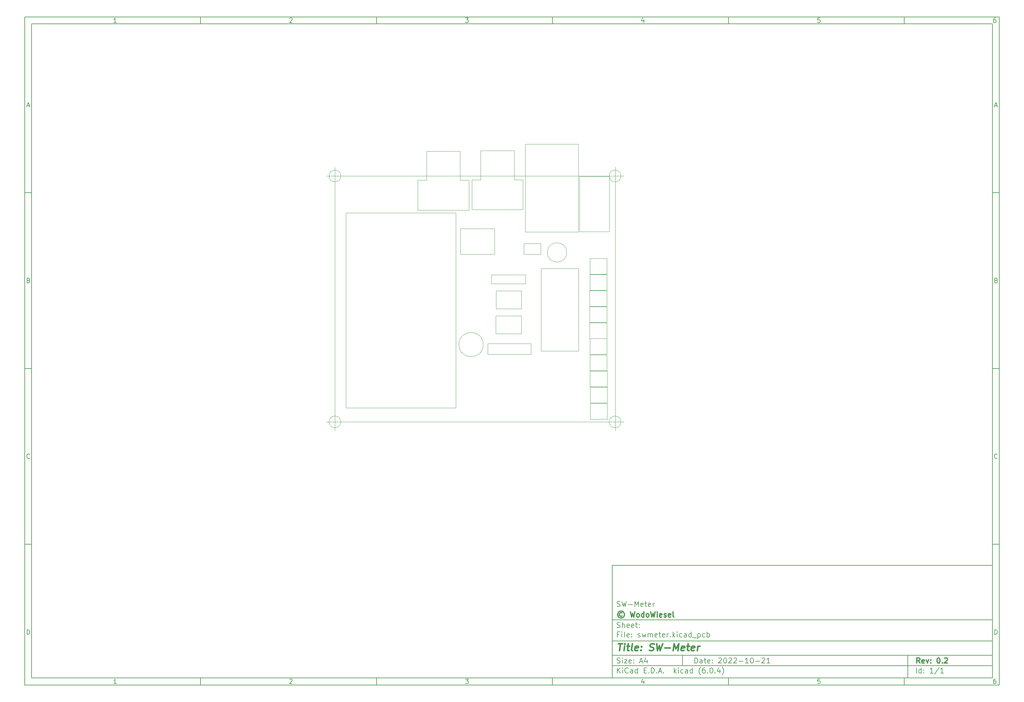
<source format=gbr>
%TF.GenerationSoftware,KiCad,Pcbnew,(6.0.4)*%
%TF.CreationDate,2022-11-15T21:12:37+01:00*%
%TF.ProjectId,swmeter,73776d65-7465-4722-9e6b-696361645f70,0.2*%
%TF.SameCoordinates,Original*%
%TF.FileFunction,Other,User*%
%FSLAX46Y46*%
G04 Gerber Fmt 4.6, Leading zero omitted, Abs format (unit mm)*
G04 Created by KiCad (PCBNEW (6.0.4)) date 2022-11-15 21:12:37*
%MOMM*%
%LPD*%
G01*
G04 APERTURE LIST*
%ADD10C,0.100000*%
%ADD11C,0.150000*%
%ADD12C,0.300000*%
%ADD13C,0.400000*%
%TA.AperFunction,Profile*%
%ADD14C,0.100000*%
%TD*%
%ADD15C,0.050000*%
G04 APERTURE END LIST*
D10*
D11*
X177002200Y-166007200D02*
X177002200Y-198007200D01*
X285002200Y-198007200D01*
X285002200Y-166007200D01*
X177002200Y-166007200D01*
D10*
D11*
X10000000Y-10000000D02*
X10000000Y-200007200D01*
X287002200Y-200007200D01*
X287002200Y-10000000D01*
X10000000Y-10000000D01*
D10*
D11*
X12000000Y-12000000D02*
X12000000Y-198007200D01*
X285002200Y-198007200D01*
X285002200Y-12000000D01*
X12000000Y-12000000D01*
D10*
D11*
X60000000Y-12000000D02*
X60000000Y-10000000D01*
D10*
D11*
X110000000Y-12000000D02*
X110000000Y-10000000D01*
D10*
D11*
X160000000Y-12000000D02*
X160000000Y-10000000D01*
D10*
D11*
X210000000Y-12000000D02*
X210000000Y-10000000D01*
D10*
D11*
X260000000Y-12000000D02*
X260000000Y-10000000D01*
D10*
D11*
X36065476Y-11588095D02*
X35322619Y-11588095D01*
X35694047Y-11588095D02*
X35694047Y-10288095D01*
X35570238Y-10473809D01*
X35446428Y-10597619D01*
X35322619Y-10659523D01*
D10*
D11*
X85322619Y-10411904D02*
X85384523Y-10350000D01*
X85508333Y-10288095D01*
X85817857Y-10288095D01*
X85941666Y-10350000D01*
X86003571Y-10411904D01*
X86065476Y-10535714D01*
X86065476Y-10659523D01*
X86003571Y-10845238D01*
X85260714Y-11588095D01*
X86065476Y-11588095D01*
D10*
D11*
X135260714Y-10288095D02*
X136065476Y-10288095D01*
X135632142Y-10783333D01*
X135817857Y-10783333D01*
X135941666Y-10845238D01*
X136003571Y-10907142D01*
X136065476Y-11030952D01*
X136065476Y-11340476D01*
X136003571Y-11464285D01*
X135941666Y-11526190D01*
X135817857Y-11588095D01*
X135446428Y-11588095D01*
X135322619Y-11526190D01*
X135260714Y-11464285D01*
D10*
D11*
X185941666Y-10721428D02*
X185941666Y-11588095D01*
X185632142Y-10226190D02*
X185322619Y-11154761D01*
X186127380Y-11154761D01*
D10*
D11*
X236003571Y-10288095D02*
X235384523Y-10288095D01*
X235322619Y-10907142D01*
X235384523Y-10845238D01*
X235508333Y-10783333D01*
X235817857Y-10783333D01*
X235941666Y-10845238D01*
X236003571Y-10907142D01*
X236065476Y-11030952D01*
X236065476Y-11340476D01*
X236003571Y-11464285D01*
X235941666Y-11526190D01*
X235817857Y-11588095D01*
X235508333Y-11588095D01*
X235384523Y-11526190D01*
X235322619Y-11464285D01*
D10*
D11*
X285941666Y-10288095D02*
X285694047Y-10288095D01*
X285570238Y-10350000D01*
X285508333Y-10411904D01*
X285384523Y-10597619D01*
X285322619Y-10845238D01*
X285322619Y-11340476D01*
X285384523Y-11464285D01*
X285446428Y-11526190D01*
X285570238Y-11588095D01*
X285817857Y-11588095D01*
X285941666Y-11526190D01*
X286003571Y-11464285D01*
X286065476Y-11340476D01*
X286065476Y-11030952D01*
X286003571Y-10907142D01*
X285941666Y-10845238D01*
X285817857Y-10783333D01*
X285570238Y-10783333D01*
X285446428Y-10845238D01*
X285384523Y-10907142D01*
X285322619Y-11030952D01*
D10*
D11*
X60000000Y-198007200D02*
X60000000Y-200007200D01*
D10*
D11*
X110000000Y-198007200D02*
X110000000Y-200007200D01*
D10*
D11*
X160000000Y-198007200D02*
X160000000Y-200007200D01*
D10*
D11*
X210000000Y-198007200D02*
X210000000Y-200007200D01*
D10*
D11*
X260000000Y-198007200D02*
X260000000Y-200007200D01*
D10*
D11*
X36065476Y-199595295D02*
X35322619Y-199595295D01*
X35694047Y-199595295D02*
X35694047Y-198295295D01*
X35570238Y-198481009D01*
X35446428Y-198604819D01*
X35322619Y-198666723D01*
D10*
D11*
X85322619Y-198419104D02*
X85384523Y-198357200D01*
X85508333Y-198295295D01*
X85817857Y-198295295D01*
X85941666Y-198357200D01*
X86003571Y-198419104D01*
X86065476Y-198542914D01*
X86065476Y-198666723D01*
X86003571Y-198852438D01*
X85260714Y-199595295D01*
X86065476Y-199595295D01*
D10*
D11*
X135260714Y-198295295D02*
X136065476Y-198295295D01*
X135632142Y-198790533D01*
X135817857Y-198790533D01*
X135941666Y-198852438D01*
X136003571Y-198914342D01*
X136065476Y-199038152D01*
X136065476Y-199347676D01*
X136003571Y-199471485D01*
X135941666Y-199533390D01*
X135817857Y-199595295D01*
X135446428Y-199595295D01*
X135322619Y-199533390D01*
X135260714Y-199471485D01*
D10*
D11*
X185941666Y-198728628D02*
X185941666Y-199595295D01*
X185632142Y-198233390D02*
X185322619Y-199161961D01*
X186127380Y-199161961D01*
D10*
D11*
X236003571Y-198295295D02*
X235384523Y-198295295D01*
X235322619Y-198914342D01*
X235384523Y-198852438D01*
X235508333Y-198790533D01*
X235817857Y-198790533D01*
X235941666Y-198852438D01*
X236003571Y-198914342D01*
X236065476Y-199038152D01*
X236065476Y-199347676D01*
X236003571Y-199471485D01*
X235941666Y-199533390D01*
X235817857Y-199595295D01*
X235508333Y-199595295D01*
X235384523Y-199533390D01*
X235322619Y-199471485D01*
D10*
D11*
X285941666Y-198295295D02*
X285694047Y-198295295D01*
X285570238Y-198357200D01*
X285508333Y-198419104D01*
X285384523Y-198604819D01*
X285322619Y-198852438D01*
X285322619Y-199347676D01*
X285384523Y-199471485D01*
X285446428Y-199533390D01*
X285570238Y-199595295D01*
X285817857Y-199595295D01*
X285941666Y-199533390D01*
X286003571Y-199471485D01*
X286065476Y-199347676D01*
X286065476Y-199038152D01*
X286003571Y-198914342D01*
X285941666Y-198852438D01*
X285817857Y-198790533D01*
X285570238Y-198790533D01*
X285446428Y-198852438D01*
X285384523Y-198914342D01*
X285322619Y-199038152D01*
D10*
D11*
X10000000Y-60000000D02*
X12000000Y-60000000D01*
D10*
D11*
X10000000Y-110000000D02*
X12000000Y-110000000D01*
D10*
D11*
X10000000Y-160000000D02*
X12000000Y-160000000D01*
D10*
D11*
X10690476Y-35216666D02*
X11309523Y-35216666D01*
X10566666Y-35588095D02*
X11000000Y-34288095D01*
X11433333Y-35588095D01*
D10*
D11*
X11092857Y-84907142D02*
X11278571Y-84969047D01*
X11340476Y-85030952D01*
X11402380Y-85154761D01*
X11402380Y-85340476D01*
X11340476Y-85464285D01*
X11278571Y-85526190D01*
X11154761Y-85588095D01*
X10659523Y-85588095D01*
X10659523Y-84288095D01*
X11092857Y-84288095D01*
X11216666Y-84350000D01*
X11278571Y-84411904D01*
X11340476Y-84535714D01*
X11340476Y-84659523D01*
X11278571Y-84783333D01*
X11216666Y-84845238D01*
X11092857Y-84907142D01*
X10659523Y-84907142D01*
D10*
D11*
X11402380Y-135464285D02*
X11340476Y-135526190D01*
X11154761Y-135588095D01*
X11030952Y-135588095D01*
X10845238Y-135526190D01*
X10721428Y-135402380D01*
X10659523Y-135278571D01*
X10597619Y-135030952D01*
X10597619Y-134845238D01*
X10659523Y-134597619D01*
X10721428Y-134473809D01*
X10845238Y-134350000D01*
X11030952Y-134288095D01*
X11154761Y-134288095D01*
X11340476Y-134350000D01*
X11402380Y-134411904D01*
D10*
D11*
X10659523Y-185588095D02*
X10659523Y-184288095D01*
X10969047Y-184288095D01*
X11154761Y-184350000D01*
X11278571Y-184473809D01*
X11340476Y-184597619D01*
X11402380Y-184845238D01*
X11402380Y-185030952D01*
X11340476Y-185278571D01*
X11278571Y-185402380D01*
X11154761Y-185526190D01*
X10969047Y-185588095D01*
X10659523Y-185588095D01*
D10*
D11*
X287002200Y-60000000D02*
X285002200Y-60000000D01*
D10*
D11*
X287002200Y-110000000D02*
X285002200Y-110000000D01*
D10*
D11*
X287002200Y-160000000D02*
X285002200Y-160000000D01*
D10*
D11*
X285692676Y-35216666D02*
X286311723Y-35216666D01*
X285568866Y-35588095D02*
X286002200Y-34288095D01*
X286435533Y-35588095D01*
D10*
D11*
X286095057Y-84907142D02*
X286280771Y-84969047D01*
X286342676Y-85030952D01*
X286404580Y-85154761D01*
X286404580Y-85340476D01*
X286342676Y-85464285D01*
X286280771Y-85526190D01*
X286156961Y-85588095D01*
X285661723Y-85588095D01*
X285661723Y-84288095D01*
X286095057Y-84288095D01*
X286218866Y-84350000D01*
X286280771Y-84411904D01*
X286342676Y-84535714D01*
X286342676Y-84659523D01*
X286280771Y-84783333D01*
X286218866Y-84845238D01*
X286095057Y-84907142D01*
X285661723Y-84907142D01*
D10*
D11*
X286404580Y-135464285D02*
X286342676Y-135526190D01*
X286156961Y-135588095D01*
X286033152Y-135588095D01*
X285847438Y-135526190D01*
X285723628Y-135402380D01*
X285661723Y-135278571D01*
X285599819Y-135030952D01*
X285599819Y-134845238D01*
X285661723Y-134597619D01*
X285723628Y-134473809D01*
X285847438Y-134350000D01*
X286033152Y-134288095D01*
X286156961Y-134288095D01*
X286342676Y-134350000D01*
X286404580Y-134411904D01*
D10*
D11*
X285661723Y-185588095D02*
X285661723Y-184288095D01*
X285971247Y-184288095D01*
X286156961Y-184350000D01*
X286280771Y-184473809D01*
X286342676Y-184597619D01*
X286404580Y-184845238D01*
X286404580Y-185030952D01*
X286342676Y-185278571D01*
X286280771Y-185402380D01*
X286156961Y-185526190D01*
X285971247Y-185588095D01*
X285661723Y-185588095D01*
D10*
D11*
X200434342Y-193785771D02*
X200434342Y-192285771D01*
X200791485Y-192285771D01*
X201005771Y-192357200D01*
X201148628Y-192500057D01*
X201220057Y-192642914D01*
X201291485Y-192928628D01*
X201291485Y-193142914D01*
X201220057Y-193428628D01*
X201148628Y-193571485D01*
X201005771Y-193714342D01*
X200791485Y-193785771D01*
X200434342Y-193785771D01*
X202577200Y-193785771D02*
X202577200Y-193000057D01*
X202505771Y-192857200D01*
X202362914Y-192785771D01*
X202077200Y-192785771D01*
X201934342Y-192857200D01*
X202577200Y-193714342D02*
X202434342Y-193785771D01*
X202077200Y-193785771D01*
X201934342Y-193714342D01*
X201862914Y-193571485D01*
X201862914Y-193428628D01*
X201934342Y-193285771D01*
X202077200Y-193214342D01*
X202434342Y-193214342D01*
X202577200Y-193142914D01*
X203077200Y-192785771D02*
X203648628Y-192785771D01*
X203291485Y-192285771D02*
X203291485Y-193571485D01*
X203362914Y-193714342D01*
X203505771Y-193785771D01*
X203648628Y-193785771D01*
X204720057Y-193714342D02*
X204577200Y-193785771D01*
X204291485Y-193785771D01*
X204148628Y-193714342D01*
X204077200Y-193571485D01*
X204077200Y-193000057D01*
X204148628Y-192857200D01*
X204291485Y-192785771D01*
X204577200Y-192785771D01*
X204720057Y-192857200D01*
X204791485Y-193000057D01*
X204791485Y-193142914D01*
X204077200Y-193285771D01*
X205434342Y-193642914D02*
X205505771Y-193714342D01*
X205434342Y-193785771D01*
X205362914Y-193714342D01*
X205434342Y-193642914D01*
X205434342Y-193785771D01*
X205434342Y-192857200D02*
X205505771Y-192928628D01*
X205434342Y-193000057D01*
X205362914Y-192928628D01*
X205434342Y-192857200D01*
X205434342Y-193000057D01*
X207220057Y-192428628D02*
X207291485Y-192357200D01*
X207434342Y-192285771D01*
X207791485Y-192285771D01*
X207934342Y-192357200D01*
X208005771Y-192428628D01*
X208077200Y-192571485D01*
X208077200Y-192714342D01*
X208005771Y-192928628D01*
X207148628Y-193785771D01*
X208077200Y-193785771D01*
X209005771Y-192285771D02*
X209148628Y-192285771D01*
X209291485Y-192357200D01*
X209362914Y-192428628D01*
X209434342Y-192571485D01*
X209505771Y-192857200D01*
X209505771Y-193214342D01*
X209434342Y-193500057D01*
X209362914Y-193642914D01*
X209291485Y-193714342D01*
X209148628Y-193785771D01*
X209005771Y-193785771D01*
X208862914Y-193714342D01*
X208791485Y-193642914D01*
X208720057Y-193500057D01*
X208648628Y-193214342D01*
X208648628Y-192857200D01*
X208720057Y-192571485D01*
X208791485Y-192428628D01*
X208862914Y-192357200D01*
X209005771Y-192285771D01*
X210077200Y-192428628D02*
X210148628Y-192357200D01*
X210291485Y-192285771D01*
X210648628Y-192285771D01*
X210791485Y-192357200D01*
X210862914Y-192428628D01*
X210934342Y-192571485D01*
X210934342Y-192714342D01*
X210862914Y-192928628D01*
X210005771Y-193785771D01*
X210934342Y-193785771D01*
X211505771Y-192428628D02*
X211577200Y-192357200D01*
X211720057Y-192285771D01*
X212077200Y-192285771D01*
X212220057Y-192357200D01*
X212291485Y-192428628D01*
X212362914Y-192571485D01*
X212362914Y-192714342D01*
X212291485Y-192928628D01*
X211434342Y-193785771D01*
X212362914Y-193785771D01*
X213005771Y-193214342D02*
X214148628Y-193214342D01*
X215648628Y-193785771D02*
X214791485Y-193785771D01*
X215220057Y-193785771D02*
X215220057Y-192285771D01*
X215077200Y-192500057D01*
X214934342Y-192642914D01*
X214791485Y-192714342D01*
X216577200Y-192285771D02*
X216720057Y-192285771D01*
X216862914Y-192357200D01*
X216934342Y-192428628D01*
X217005771Y-192571485D01*
X217077200Y-192857200D01*
X217077200Y-193214342D01*
X217005771Y-193500057D01*
X216934342Y-193642914D01*
X216862914Y-193714342D01*
X216720057Y-193785771D01*
X216577200Y-193785771D01*
X216434342Y-193714342D01*
X216362914Y-193642914D01*
X216291485Y-193500057D01*
X216220057Y-193214342D01*
X216220057Y-192857200D01*
X216291485Y-192571485D01*
X216362914Y-192428628D01*
X216434342Y-192357200D01*
X216577200Y-192285771D01*
X217720057Y-193214342D02*
X218862914Y-193214342D01*
X219505771Y-192428628D02*
X219577200Y-192357200D01*
X219720057Y-192285771D01*
X220077200Y-192285771D01*
X220220057Y-192357200D01*
X220291485Y-192428628D01*
X220362914Y-192571485D01*
X220362914Y-192714342D01*
X220291485Y-192928628D01*
X219434342Y-193785771D01*
X220362914Y-193785771D01*
X221791485Y-193785771D02*
X220934342Y-193785771D01*
X221362914Y-193785771D02*
X221362914Y-192285771D01*
X221220057Y-192500057D01*
X221077200Y-192642914D01*
X220934342Y-192714342D01*
D10*
D11*
X177002200Y-194507200D02*
X285002200Y-194507200D01*
D10*
D11*
X178434342Y-196585771D02*
X178434342Y-195085771D01*
X179291485Y-196585771D02*
X178648628Y-195728628D01*
X179291485Y-195085771D02*
X178434342Y-195942914D01*
X179934342Y-196585771D02*
X179934342Y-195585771D01*
X179934342Y-195085771D02*
X179862914Y-195157200D01*
X179934342Y-195228628D01*
X180005771Y-195157200D01*
X179934342Y-195085771D01*
X179934342Y-195228628D01*
X181505771Y-196442914D02*
X181434342Y-196514342D01*
X181220057Y-196585771D01*
X181077200Y-196585771D01*
X180862914Y-196514342D01*
X180720057Y-196371485D01*
X180648628Y-196228628D01*
X180577200Y-195942914D01*
X180577200Y-195728628D01*
X180648628Y-195442914D01*
X180720057Y-195300057D01*
X180862914Y-195157200D01*
X181077200Y-195085771D01*
X181220057Y-195085771D01*
X181434342Y-195157200D01*
X181505771Y-195228628D01*
X182791485Y-196585771D02*
X182791485Y-195800057D01*
X182720057Y-195657200D01*
X182577200Y-195585771D01*
X182291485Y-195585771D01*
X182148628Y-195657200D01*
X182791485Y-196514342D02*
X182648628Y-196585771D01*
X182291485Y-196585771D01*
X182148628Y-196514342D01*
X182077200Y-196371485D01*
X182077200Y-196228628D01*
X182148628Y-196085771D01*
X182291485Y-196014342D01*
X182648628Y-196014342D01*
X182791485Y-195942914D01*
X184148628Y-196585771D02*
X184148628Y-195085771D01*
X184148628Y-196514342D02*
X184005771Y-196585771D01*
X183720057Y-196585771D01*
X183577200Y-196514342D01*
X183505771Y-196442914D01*
X183434342Y-196300057D01*
X183434342Y-195871485D01*
X183505771Y-195728628D01*
X183577200Y-195657200D01*
X183720057Y-195585771D01*
X184005771Y-195585771D01*
X184148628Y-195657200D01*
X186005771Y-195800057D02*
X186505771Y-195800057D01*
X186720057Y-196585771D02*
X186005771Y-196585771D01*
X186005771Y-195085771D01*
X186720057Y-195085771D01*
X187362914Y-196442914D02*
X187434342Y-196514342D01*
X187362914Y-196585771D01*
X187291485Y-196514342D01*
X187362914Y-196442914D01*
X187362914Y-196585771D01*
X188077200Y-196585771D02*
X188077200Y-195085771D01*
X188434342Y-195085771D01*
X188648628Y-195157200D01*
X188791485Y-195300057D01*
X188862914Y-195442914D01*
X188934342Y-195728628D01*
X188934342Y-195942914D01*
X188862914Y-196228628D01*
X188791485Y-196371485D01*
X188648628Y-196514342D01*
X188434342Y-196585771D01*
X188077200Y-196585771D01*
X189577200Y-196442914D02*
X189648628Y-196514342D01*
X189577200Y-196585771D01*
X189505771Y-196514342D01*
X189577200Y-196442914D01*
X189577200Y-196585771D01*
X190220057Y-196157200D02*
X190934342Y-196157200D01*
X190077200Y-196585771D02*
X190577200Y-195085771D01*
X191077200Y-196585771D01*
X191577200Y-196442914D02*
X191648628Y-196514342D01*
X191577200Y-196585771D01*
X191505771Y-196514342D01*
X191577200Y-196442914D01*
X191577200Y-196585771D01*
X194577200Y-196585771D02*
X194577200Y-195085771D01*
X194720057Y-196014342D02*
X195148628Y-196585771D01*
X195148628Y-195585771D02*
X194577200Y-196157200D01*
X195791485Y-196585771D02*
X195791485Y-195585771D01*
X195791485Y-195085771D02*
X195720057Y-195157200D01*
X195791485Y-195228628D01*
X195862914Y-195157200D01*
X195791485Y-195085771D01*
X195791485Y-195228628D01*
X197148628Y-196514342D02*
X197005771Y-196585771D01*
X196720057Y-196585771D01*
X196577200Y-196514342D01*
X196505771Y-196442914D01*
X196434342Y-196300057D01*
X196434342Y-195871485D01*
X196505771Y-195728628D01*
X196577200Y-195657200D01*
X196720057Y-195585771D01*
X197005771Y-195585771D01*
X197148628Y-195657200D01*
X198434342Y-196585771D02*
X198434342Y-195800057D01*
X198362914Y-195657200D01*
X198220057Y-195585771D01*
X197934342Y-195585771D01*
X197791485Y-195657200D01*
X198434342Y-196514342D02*
X198291485Y-196585771D01*
X197934342Y-196585771D01*
X197791485Y-196514342D01*
X197720057Y-196371485D01*
X197720057Y-196228628D01*
X197791485Y-196085771D01*
X197934342Y-196014342D01*
X198291485Y-196014342D01*
X198434342Y-195942914D01*
X199791485Y-196585771D02*
X199791485Y-195085771D01*
X199791485Y-196514342D02*
X199648628Y-196585771D01*
X199362914Y-196585771D01*
X199220057Y-196514342D01*
X199148628Y-196442914D01*
X199077200Y-196300057D01*
X199077200Y-195871485D01*
X199148628Y-195728628D01*
X199220057Y-195657200D01*
X199362914Y-195585771D01*
X199648628Y-195585771D01*
X199791485Y-195657200D01*
X202077200Y-197157200D02*
X202005771Y-197085771D01*
X201862914Y-196871485D01*
X201791485Y-196728628D01*
X201720057Y-196514342D01*
X201648628Y-196157200D01*
X201648628Y-195871485D01*
X201720057Y-195514342D01*
X201791485Y-195300057D01*
X201862914Y-195157200D01*
X202005771Y-194942914D01*
X202077200Y-194871485D01*
X203291485Y-195085771D02*
X203005771Y-195085771D01*
X202862914Y-195157200D01*
X202791485Y-195228628D01*
X202648628Y-195442914D01*
X202577200Y-195728628D01*
X202577200Y-196300057D01*
X202648628Y-196442914D01*
X202720057Y-196514342D01*
X202862914Y-196585771D01*
X203148628Y-196585771D01*
X203291485Y-196514342D01*
X203362914Y-196442914D01*
X203434342Y-196300057D01*
X203434342Y-195942914D01*
X203362914Y-195800057D01*
X203291485Y-195728628D01*
X203148628Y-195657200D01*
X202862914Y-195657200D01*
X202720057Y-195728628D01*
X202648628Y-195800057D01*
X202577200Y-195942914D01*
X204077200Y-196442914D02*
X204148628Y-196514342D01*
X204077200Y-196585771D01*
X204005771Y-196514342D01*
X204077200Y-196442914D01*
X204077200Y-196585771D01*
X205077200Y-195085771D02*
X205220057Y-195085771D01*
X205362914Y-195157200D01*
X205434342Y-195228628D01*
X205505771Y-195371485D01*
X205577200Y-195657200D01*
X205577200Y-196014342D01*
X205505771Y-196300057D01*
X205434342Y-196442914D01*
X205362914Y-196514342D01*
X205220057Y-196585771D01*
X205077200Y-196585771D01*
X204934342Y-196514342D01*
X204862914Y-196442914D01*
X204791485Y-196300057D01*
X204720057Y-196014342D01*
X204720057Y-195657200D01*
X204791485Y-195371485D01*
X204862914Y-195228628D01*
X204934342Y-195157200D01*
X205077200Y-195085771D01*
X206220057Y-196442914D02*
X206291485Y-196514342D01*
X206220057Y-196585771D01*
X206148628Y-196514342D01*
X206220057Y-196442914D01*
X206220057Y-196585771D01*
X207577200Y-195585771D02*
X207577200Y-196585771D01*
X207220057Y-195014342D02*
X206862914Y-196085771D01*
X207791485Y-196085771D01*
X208220057Y-197157200D02*
X208291485Y-197085771D01*
X208434342Y-196871485D01*
X208505771Y-196728628D01*
X208577200Y-196514342D01*
X208648628Y-196157200D01*
X208648628Y-195871485D01*
X208577200Y-195514342D01*
X208505771Y-195300057D01*
X208434342Y-195157200D01*
X208291485Y-194942914D01*
X208220057Y-194871485D01*
D10*
D11*
X177002200Y-191507200D02*
X285002200Y-191507200D01*
D10*
D12*
X264411485Y-193785771D02*
X263911485Y-193071485D01*
X263554342Y-193785771D02*
X263554342Y-192285771D01*
X264125771Y-192285771D01*
X264268628Y-192357200D01*
X264340057Y-192428628D01*
X264411485Y-192571485D01*
X264411485Y-192785771D01*
X264340057Y-192928628D01*
X264268628Y-193000057D01*
X264125771Y-193071485D01*
X263554342Y-193071485D01*
X265625771Y-193714342D02*
X265482914Y-193785771D01*
X265197200Y-193785771D01*
X265054342Y-193714342D01*
X264982914Y-193571485D01*
X264982914Y-193000057D01*
X265054342Y-192857200D01*
X265197200Y-192785771D01*
X265482914Y-192785771D01*
X265625771Y-192857200D01*
X265697200Y-193000057D01*
X265697200Y-193142914D01*
X264982914Y-193285771D01*
X266197200Y-192785771D02*
X266554342Y-193785771D01*
X266911485Y-192785771D01*
X267482914Y-193642914D02*
X267554342Y-193714342D01*
X267482914Y-193785771D01*
X267411485Y-193714342D01*
X267482914Y-193642914D01*
X267482914Y-193785771D01*
X267482914Y-192857200D02*
X267554342Y-192928628D01*
X267482914Y-193000057D01*
X267411485Y-192928628D01*
X267482914Y-192857200D01*
X267482914Y-193000057D01*
X269625771Y-192285771D02*
X269768628Y-192285771D01*
X269911485Y-192357200D01*
X269982914Y-192428628D01*
X270054342Y-192571485D01*
X270125771Y-192857200D01*
X270125771Y-193214342D01*
X270054342Y-193500057D01*
X269982914Y-193642914D01*
X269911485Y-193714342D01*
X269768628Y-193785771D01*
X269625771Y-193785771D01*
X269482914Y-193714342D01*
X269411485Y-193642914D01*
X269340057Y-193500057D01*
X269268628Y-193214342D01*
X269268628Y-192857200D01*
X269340057Y-192571485D01*
X269411485Y-192428628D01*
X269482914Y-192357200D01*
X269625771Y-192285771D01*
X270768628Y-193642914D02*
X270840057Y-193714342D01*
X270768628Y-193785771D01*
X270697200Y-193714342D01*
X270768628Y-193642914D01*
X270768628Y-193785771D01*
X271411485Y-192428628D02*
X271482914Y-192357200D01*
X271625771Y-192285771D01*
X271982914Y-192285771D01*
X272125771Y-192357200D01*
X272197200Y-192428628D01*
X272268628Y-192571485D01*
X272268628Y-192714342D01*
X272197200Y-192928628D01*
X271340057Y-193785771D01*
X272268628Y-193785771D01*
D10*
D11*
X178362914Y-193714342D02*
X178577200Y-193785771D01*
X178934342Y-193785771D01*
X179077200Y-193714342D01*
X179148628Y-193642914D01*
X179220057Y-193500057D01*
X179220057Y-193357200D01*
X179148628Y-193214342D01*
X179077200Y-193142914D01*
X178934342Y-193071485D01*
X178648628Y-193000057D01*
X178505771Y-192928628D01*
X178434342Y-192857200D01*
X178362914Y-192714342D01*
X178362914Y-192571485D01*
X178434342Y-192428628D01*
X178505771Y-192357200D01*
X178648628Y-192285771D01*
X179005771Y-192285771D01*
X179220057Y-192357200D01*
X179862914Y-193785771D02*
X179862914Y-192785771D01*
X179862914Y-192285771D02*
X179791485Y-192357200D01*
X179862914Y-192428628D01*
X179934342Y-192357200D01*
X179862914Y-192285771D01*
X179862914Y-192428628D01*
X180434342Y-192785771D02*
X181220057Y-192785771D01*
X180434342Y-193785771D01*
X181220057Y-193785771D01*
X182362914Y-193714342D02*
X182220057Y-193785771D01*
X181934342Y-193785771D01*
X181791485Y-193714342D01*
X181720057Y-193571485D01*
X181720057Y-193000057D01*
X181791485Y-192857200D01*
X181934342Y-192785771D01*
X182220057Y-192785771D01*
X182362914Y-192857200D01*
X182434342Y-193000057D01*
X182434342Y-193142914D01*
X181720057Y-193285771D01*
X183077200Y-193642914D02*
X183148628Y-193714342D01*
X183077200Y-193785771D01*
X183005771Y-193714342D01*
X183077200Y-193642914D01*
X183077200Y-193785771D01*
X183077200Y-192857200D02*
X183148628Y-192928628D01*
X183077200Y-193000057D01*
X183005771Y-192928628D01*
X183077200Y-192857200D01*
X183077200Y-193000057D01*
X184862914Y-193357200D02*
X185577200Y-193357200D01*
X184720057Y-193785771D02*
X185220057Y-192285771D01*
X185720057Y-193785771D01*
X186862914Y-192785771D02*
X186862914Y-193785771D01*
X186505771Y-192214342D02*
X186148628Y-193285771D01*
X187077200Y-193285771D01*
D10*
D11*
X263434342Y-196585771D02*
X263434342Y-195085771D01*
X264791485Y-196585771D02*
X264791485Y-195085771D01*
X264791485Y-196514342D02*
X264648628Y-196585771D01*
X264362914Y-196585771D01*
X264220057Y-196514342D01*
X264148628Y-196442914D01*
X264077200Y-196300057D01*
X264077200Y-195871485D01*
X264148628Y-195728628D01*
X264220057Y-195657200D01*
X264362914Y-195585771D01*
X264648628Y-195585771D01*
X264791485Y-195657200D01*
X265505771Y-196442914D02*
X265577200Y-196514342D01*
X265505771Y-196585771D01*
X265434342Y-196514342D01*
X265505771Y-196442914D01*
X265505771Y-196585771D01*
X265505771Y-195657200D02*
X265577200Y-195728628D01*
X265505771Y-195800057D01*
X265434342Y-195728628D01*
X265505771Y-195657200D01*
X265505771Y-195800057D01*
X268148628Y-196585771D02*
X267291485Y-196585771D01*
X267720057Y-196585771D02*
X267720057Y-195085771D01*
X267577200Y-195300057D01*
X267434342Y-195442914D01*
X267291485Y-195514342D01*
X269862914Y-195014342D02*
X268577200Y-196942914D01*
X271148628Y-196585771D02*
X270291485Y-196585771D01*
X270720057Y-196585771D02*
X270720057Y-195085771D01*
X270577200Y-195300057D01*
X270434342Y-195442914D01*
X270291485Y-195514342D01*
D10*
D11*
X177002200Y-187507200D02*
X285002200Y-187507200D01*
D10*
D13*
X178714580Y-188211961D02*
X179857438Y-188211961D01*
X179036009Y-190211961D02*
X179286009Y-188211961D01*
X180274104Y-190211961D02*
X180440771Y-188878628D01*
X180524104Y-188211961D02*
X180416961Y-188307200D01*
X180500295Y-188402438D01*
X180607438Y-188307200D01*
X180524104Y-188211961D01*
X180500295Y-188402438D01*
X181107438Y-188878628D02*
X181869342Y-188878628D01*
X181476485Y-188211961D02*
X181262200Y-189926247D01*
X181333628Y-190116723D01*
X181512200Y-190211961D01*
X181702676Y-190211961D01*
X182655057Y-190211961D02*
X182476485Y-190116723D01*
X182405057Y-189926247D01*
X182619342Y-188211961D01*
X184190771Y-190116723D02*
X183988390Y-190211961D01*
X183607438Y-190211961D01*
X183428866Y-190116723D01*
X183357438Y-189926247D01*
X183452676Y-189164342D01*
X183571723Y-188973866D01*
X183774104Y-188878628D01*
X184155057Y-188878628D01*
X184333628Y-188973866D01*
X184405057Y-189164342D01*
X184381247Y-189354819D01*
X183405057Y-189545295D01*
X185155057Y-190021485D02*
X185238390Y-190116723D01*
X185131247Y-190211961D01*
X185047914Y-190116723D01*
X185155057Y-190021485D01*
X185131247Y-190211961D01*
X185286009Y-188973866D02*
X185369342Y-189069104D01*
X185262200Y-189164342D01*
X185178866Y-189069104D01*
X185286009Y-188973866D01*
X185262200Y-189164342D01*
X187524104Y-190116723D02*
X187797914Y-190211961D01*
X188274104Y-190211961D01*
X188476485Y-190116723D01*
X188583628Y-190021485D01*
X188702676Y-189831009D01*
X188726485Y-189640533D01*
X188655057Y-189450057D01*
X188571723Y-189354819D01*
X188393152Y-189259580D01*
X188024104Y-189164342D01*
X187845533Y-189069104D01*
X187762200Y-188973866D01*
X187690771Y-188783390D01*
X187714580Y-188592914D01*
X187833628Y-188402438D01*
X187940771Y-188307200D01*
X188143152Y-188211961D01*
X188619342Y-188211961D01*
X188893152Y-188307200D01*
X189571723Y-188211961D02*
X189797914Y-190211961D01*
X190357438Y-188783390D01*
X190559819Y-190211961D01*
X191286009Y-188211961D01*
X191893152Y-189450057D02*
X193416961Y-189450057D01*
X194274104Y-190211961D02*
X194524104Y-188211961D01*
X195012200Y-189640533D01*
X195857438Y-188211961D01*
X195607438Y-190211961D01*
X197333628Y-190116723D02*
X197131247Y-190211961D01*
X196750295Y-190211961D01*
X196571723Y-190116723D01*
X196500295Y-189926247D01*
X196595533Y-189164342D01*
X196714580Y-188973866D01*
X196916961Y-188878628D01*
X197297914Y-188878628D01*
X197476485Y-188973866D01*
X197547914Y-189164342D01*
X197524104Y-189354819D01*
X196547914Y-189545295D01*
X198155057Y-188878628D02*
X198916961Y-188878628D01*
X198524104Y-188211961D02*
X198309819Y-189926247D01*
X198381247Y-190116723D01*
X198559819Y-190211961D01*
X198750295Y-190211961D01*
X200190771Y-190116723D02*
X199988390Y-190211961D01*
X199607438Y-190211961D01*
X199428866Y-190116723D01*
X199357438Y-189926247D01*
X199452676Y-189164342D01*
X199571723Y-188973866D01*
X199774104Y-188878628D01*
X200155057Y-188878628D01*
X200333628Y-188973866D01*
X200405057Y-189164342D01*
X200381247Y-189354819D01*
X199405057Y-189545295D01*
X201131247Y-190211961D02*
X201297914Y-188878628D01*
X201250295Y-189259580D02*
X201369342Y-189069104D01*
X201476485Y-188973866D01*
X201678866Y-188878628D01*
X201869342Y-188878628D01*
D10*
D11*
X178934342Y-185600057D02*
X178434342Y-185600057D01*
X178434342Y-186385771D02*
X178434342Y-184885771D01*
X179148628Y-184885771D01*
X179720057Y-186385771D02*
X179720057Y-185385771D01*
X179720057Y-184885771D02*
X179648628Y-184957200D01*
X179720057Y-185028628D01*
X179791485Y-184957200D01*
X179720057Y-184885771D01*
X179720057Y-185028628D01*
X180648628Y-186385771D02*
X180505771Y-186314342D01*
X180434342Y-186171485D01*
X180434342Y-184885771D01*
X181791485Y-186314342D02*
X181648628Y-186385771D01*
X181362914Y-186385771D01*
X181220057Y-186314342D01*
X181148628Y-186171485D01*
X181148628Y-185600057D01*
X181220057Y-185457200D01*
X181362914Y-185385771D01*
X181648628Y-185385771D01*
X181791485Y-185457200D01*
X181862914Y-185600057D01*
X181862914Y-185742914D01*
X181148628Y-185885771D01*
X182505771Y-186242914D02*
X182577200Y-186314342D01*
X182505771Y-186385771D01*
X182434342Y-186314342D01*
X182505771Y-186242914D01*
X182505771Y-186385771D01*
X182505771Y-185457200D02*
X182577200Y-185528628D01*
X182505771Y-185600057D01*
X182434342Y-185528628D01*
X182505771Y-185457200D01*
X182505771Y-185600057D01*
X184291485Y-186314342D02*
X184434342Y-186385771D01*
X184720057Y-186385771D01*
X184862914Y-186314342D01*
X184934342Y-186171485D01*
X184934342Y-186100057D01*
X184862914Y-185957200D01*
X184720057Y-185885771D01*
X184505771Y-185885771D01*
X184362914Y-185814342D01*
X184291485Y-185671485D01*
X184291485Y-185600057D01*
X184362914Y-185457200D01*
X184505771Y-185385771D01*
X184720057Y-185385771D01*
X184862914Y-185457200D01*
X185434342Y-185385771D02*
X185720057Y-186385771D01*
X186005771Y-185671485D01*
X186291485Y-186385771D01*
X186577200Y-185385771D01*
X187148628Y-186385771D02*
X187148628Y-185385771D01*
X187148628Y-185528628D02*
X187220057Y-185457200D01*
X187362914Y-185385771D01*
X187577200Y-185385771D01*
X187720057Y-185457200D01*
X187791485Y-185600057D01*
X187791485Y-186385771D01*
X187791485Y-185600057D02*
X187862914Y-185457200D01*
X188005771Y-185385771D01*
X188220057Y-185385771D01*
X188362914Y-185457200D01*
X188434342Y-185600057D01*
X188434342Y-186385771D01*
X189720057Y-186314342D02*
X189577200Y-186385771D01*
X189291485Y-186385771D01*
X189148628Y-186314342D01*
X189077200Y-186171485D01*
X189077200Y-185600057D01*
X189148628Y-185457200D01*
X189291485Y-185385771D01*
X189577200Y-185385771D01*
X189720057Y-185457200D01*
X189791485Y-185600057D01*
X189791485Y-185742914D01*
X189077200Y-185885771D01*
X190220057Y-185385771D02*
X190791485Y-185385771D01*
X190434342Y-184885771D02*
X190434342Y-186171485D01*
X190505771Y-186314342D01*
X190648628Y-186385771D01*
X190791485Y-186385771D01*
X191862914Y-186314342D02*
X191720057Y-186385771D01*
X191434342Y-186385771D01*
X191291485Y-186314342D01*
X191220057Y-186171485D01*
X191220057Y-185600057D01*
X191291485Y-185457200D01*
X191434342Y-185385771D01*
X191720057Y-185385771D01*
X191862914Y-185457200D01*
X191934342Y-185600057D01*
X191934342Y-185742914D01*
X191220057Y-185885771D01*
X192577200Y-186385771D02*
X192577200Y-185385771D01*
X192577200Y-185671485D02*
X192648628Y-185528628D01*
X192720057Y-185457200D01*
X192862914Y-185385771D01*
X193005771Y-185385771D01*
X193505771Y-186242914D02*
X193577200Y-186314342D01*
X193505771Y-186385771D01*
X193434342Y-186314342D01*
X193505771Y-186242914D01*
X193505771Y-186385771D01*
X194220057Y-186385771D02*
X194220057Y-184885771D01*
X194362914Y-185814342D02*
X194791485Y-186385771D01*
X194791485Y-185385771D02*
X194220057Y-185957200D01*
X195434342Y-186385771D02*
X195434342Y-185385771D01*
X195434342Y-184885771D02*
X195362914Y-184957200D01*
X195434342Y-185028628D01*
X195505771Y-184957200D01*
X195434342Y-184885771D01*
X195434342Y-185028628D01*
X196791485Y-186314342D02*
X196648628Y-186385771D01*
X196362914Y-186385771D01*
X196220057Y-186314342D01*
X196148628Y-186242914D01*
X196077200Y-186100057D01*
X196077200Y-185671485D01*
X196148628Y-185528628D01*
X196220057Y-185457200D01*
X196362914Y-185385771D01*
X196648628Y-185385771D01*
X196791485Y-185457200D01*
X198077200Y-186385771D02*
X198077200Y-185600057D01*
X198005771Y-185457200D01*
X197862914Y-185385771D01*
X197577200Y-185385771D01*
X197434342Y-185457200D01*
X198077200Y-186314342D02*
X197934342Y-186385771D01*
X197577200Y-186385771D01*
X197434342Y-186314342D01*
X197362914Y-186171485D01*
X197362914Y-186028628D01*
X197434342Y-185885771D01*
X197577200Y-185814342D01*
X197934342Y-185814342D01*
X198077200Y-185742914D01*
X199434342Y-186385771D02*
X199434342Y-184885771D01*
X199434342Y-186314342D02*
X199291485Y-186385771D01*
X199005771Y-186385771D01*
X198862914Y-186314342D01*
X198791485Y-186242914D01*
X198720057Y-186100057D01*
X198720057Y-185671485D01*
X198791485Y-185528628D01*
X198862914Y-185457200D01*
X199005771Y-185385771D01*
X199291485Y-185385771D01*
X199434342Y-185457200D01*
X199791485Y-186528628D02*
X200934342Y-186528628D01*
X201291485Y-185385771D02*
X201291485Y-186885771D01*
X201291485Y-185457200D02*
X201434342Y-185385771D01*
X201720057Y-185385771D01*
X201862914Y-185457200D01*
X201934342Y-185528628D01*
X202005771Y-185671485D01*
X202005771Y-186100057D01*
X201934342Y-186242914D01*
X201862914Y-186314342D01*
X201720057Y-186385771D01*
X201434342Y-186385771D01*
X201291485Y-186314342D01*
X203291485Y-186314342D02*
X203148628Y-186385771D01*
X202862914Y-186385771D01*
X202720057Y-186314342D01*
X202648628Y-186242914D01*
X202577200Y-186100057D01*
X202577200Y-185671485D01*
X202648628Y-185528628D01*
X202720057Y-185457200D01*
X202862914Y-185385771D01*
X203148628Y-185385771D01*
X203291485Y-185457200D01*
X203934342Y-186385771D02*
X203934342Y-184885771D01*
X203934342Y-185457200D02*
X204077200Y-185385771D01*
X204362914Y-185385771D01*
X204505771Y-185457200D01*
X204577200Y-185528628D01*
X204648628Y-185671485D01*
X204648628Y-186100057D01*
X204577200Y-186242914D01*
X204505771Y-186314342D01*
X204362914Y-186385771D01*
X204077200Y-186385771D01*
X203934342Y-186314342D01*
D10*
D11*
X177002200Y-181507200D02*
X285002200Y-181507200D01*
D10*
D11*
X178362914Y-183614342D02*
X178577200Y-183685771D01*
X178934342Y-183685771D01*
X179077200Y-183614342D01*
X179148628Y-183542914D01*
X179220057Y-183400057D01*
X179220057Y-183257200D01*
X179148628Y-183114342D01*
X179077200Y-183042914D01*
X178934342Y-182971485D01*
X178648628Y-182900057D01*
X178505771Y-182828628D01*
X178434342Y-182757200D01*
X178362914Y-182614342D01*
X178362914Y-182471485D01*
X178434342Y-182328628D01*
X178505771Y-182257200D01*
X178648628Y-182185771D01*
X179005771Y-182185771D01*
X179220057Y-182257200D01*
X179862914Y-183685771D02*
X179862914Y-182185771D01*
X180505771Y-183685771D02*
X180505771Y-182900057D01*
X180434342Y-182757200D01*
X180291485Y-182685771D01*
X180077200Y-182685771D01*
X179934342Y-182757200D01*
X179862914Y-182828628D01*
X181791485Y-183614342D02*
X181648628Y-183685771D01*
X181362914Y-183685771D01*
X181220057Y-183614342D01*
X181148628Y-183471485D01*
X181148628Y-182900057D01*
X181220057Y-182757200D01*
X181362914Y-182685771D01*
X181648628Y-182685771D01*
X181791485Y-182757200D01*
X181862914Y-182900057D01*
X181862914Y-183042914D01*
X181148628Y-183185771D01*
X183077200Y-183614342D02*
X182934342Y-183685771D01*
X182648628Y-183685771D01*
X182505771Y-183614342D01*
X182434342Y-183471485D01*
X182434342Y-182900057D01*
X182505771Y-182757200D01*
X182648628Y-182685771D01*
X182934342Y-182685771D01*
X183077200Y-182757200D01*
X183148628Y-182900057D01*
X183148628Y-183042914D01*
X182434342Y-183185771D01*
X183577200Y-182685771D02*
X184148628Y-182685771D01*
X183791485Y-182185771D02*
X183791485Y-183471485D01*
X183862914Y-183614342D01*
X184005771Y-183685771D01*
X184148628Y-183685771D01*
X184648628Y-183542914D02*
X184720057Y-183614342D01*
X184648628Y-183685771D01*
X184577200Y-183614342D01*
X184648628Y-183542914D01*
X184648628Y-183685771D01*
X184648628Y-182757200D02*
X184720057Y-182828628D01*
X184648628Y-182900057D01*
X184577200Y-182828628D01*
X184648628Y-182757200D01*
X184648628Y-182900057D01*
D10*
D12*
X179768628Y-179542914D02*
X179625771Y-179471485D01*
X179340057Y-179471485D01*
X179197200Y-179542914D01*
X179054342Y-179685771D01*
X178982914Y-179828628D01*
X178982914Y-180114342D01*
X179054342Y-180257200D01*
X179197200Y-180400057D01*
X179340057Y-180471485D01*
X179625771Y-180471485D01*
X179768628Y-180400057D01*
X179482914Y-178971485D02*
X179125771Y-179042914D01*
X178768628Y-179257200D01*
X178554342Y-179614342D01*
X178482914Y-179971485D01*
X178554342Y-180328628D01*
X178768628Y-180685771D01*
X179125771Y-180900057D01*
X179482914Y-180971485D01*
X179840057Y-180900057D01*
X180197200Y-180685771D01*
X180411485Y-180328628D01*
X180482914Y-179971485D01*
X180411485Y-179614342D01*
X180197200Y-179257200D01*
X179840057Y-179042914D01*
X179482914Y-178971485D01*
X182125771Y-179185771D02*
X182482914Y-180685771D01*
X182768628Y-179614342D01*
X183054342Y-180685771D01*
X183411485Y-179185771D01*
X184197200Y-180685771D02*
X184054342Y-180614342D01*
X183982914Y-180542914D01*
X183911485Y-180400057D01*
X183911485Y-179971485D01*
X183982914Y-179828628D01*
X184054342Y-179757200D01*
X184197200Y-179685771D01*
X184411485Y-179685771D01*
X184554342Y-179757200D01*
X184625771Y-179828628D01*
X184697200Y-179971485D01*
X184697200Y-180400057D01*
X184625771Y-180542914D01*
X184554342Y-180614342D01*
X184411485Y-180685771D01*
X184197200Y-180685771D01*
X185982914Y-180685771D02*
X185982914Y-179185771D01*
X185982914Y-180614342D02*
X185840057Y-180685771D01*
X185554342Y-180685771D01*
X185411485Y-180614342D01*
X185340057Y-180542914D01*
X185268628Y-180400057D01*
X185268628Y-179971485D01*
X185340057Y-179828628D01*
X185411485Y-179757200D01*
X185554342Y-179685771D01*
X185840057Y-179685771D01*
X185982914Y-179757200D01*
X186911485Y-180685771D02*
X186768628Y-180614342D01*
X186697200Y-180542914D01*
X186625771Y-180400057D01*
X186625771Y-179971485D01*
X186697200Y-179828628D01*
X186768628Y-179757200D01*
X186911485Y-179685771D01*
X187125771Y-179685771D01*
X187268628Y-179757200D01*
X187340057Y-179828628D01*
X187411485Y-179971485D01*
X187411485Y-180400057D01*
X187340057Y-180542914D01*
X187268628Y-180614342D01*
X187125771Y-180685771D01*
X186911485Y-180685771D01*
X187911485Y-179185771D02*
X188268628Y-180685771D01*
X188554342Y-179614342D01*
X188840057Y-180685771D01*
X189197200Y-179185771D01*
X189768628Y-180685771D02*
X189768628Y-179685771D01*
X189768628Y-179185771D02*
X189697200Y-179257200D01*
X189768628Y-179328628D01*
X189840057Y-179257200D01*
X189768628Y-179185771D01*
X189768628Y-179328628D01*
X191054342Y-180614342D02*
X190911485Y-180685771D01*
X190625771Y-180685771D01*
X190482914Y-180614342D01*
X190411485Y-180471485D01*
X190411485Y-179900057D01*
X190482914Y-179757200D01*
X190625771Y-179685771D01*
X190911485Y-179685771D01*
X191054342Y-179757200D01*
X191125771Y-179900057D01*
X191125771Y-180042914D01*
X190411485Y-180185771D01*
X191697200Y-180614342D02*
X191840057Y-180685771D01*
X192125771Y-180685771D01*
X192268628Y-180614342D01*
X192340057Y-180471485D01*
X192340057Y-180400057D01*
X192268628Y-180257200D01*
X192125771Y-180185771D01*
X191911485Y-180185771D01*
X191768628Y-180114342D01*
X191697200Y-179971485D01*
X191697200Y-179900057D01*
X191768628Y-179757200D01*
X191911485Y-179685771D01*
X192125771Y-179685771D01*
X192268628Y-179757200D01*
X193554342Y-180614342D02*
X193411485Y-180685771D01*
X193125771Y-180685771D01*
X192982914Y-180614342D01*
X192911485Y-180471485D01*
X192911485Y-179900057D01*
X192982914Y-179757200D01*
X193125771Y-179685771D01*
X193411485Y-179685771D01*
X193554342Y-179757200D01*
X193625771Y-179900057D01*
X193625771Y-180042914D01*
X192911485Y-180185771D01*
X194482914Y-180685771D02*
X194340057Y-180614342D01*
X194268628Y-180471485D01*
X194268628Y-179185771D01*
D10*
D11*
X178362914Y-177614342D02*
X178577200Y-177685771D01*
X178934342Y-177685771D01*
X179077200Y-177614342D01*
X179148628Y-177542914D01*
X179220057Y-177400057D01*
X179220057Y-177257200D01*
X179148628Y-177114342D01*
X179077200Y-177042914D01*
X178934342Y-176971485D01*
X178648628Y-176900057D01*
X178505771Y-176828628D01*
X178434342Y-176757200D01*
X178362914Y-176614342D01*
X178362914Y-176471485D01*
X178434342Y-176328628D01*
X178505771Y-176257200D01*
X178648628Y-176185771D01*
X179005771Y-176185771D01*
X179220057Y-176257200D01*
X179720057Y-176185771D02*
X180077200Y-177685771D01*
X180362914Y-176614342D01*
X180648628Y-177685771D01*
X181005771Y-176185771D01*
X181577200Y-177114342D02*
X182720057Y-177114342D01*
X183434342Y-177685771D02*
X183434342Y-176185771D01*
X183934342Y-177257200D01*
X184434342Y-176185771D01*
X184434342Y-177685771D01*
X185720057Y-177614342D02*
X185577200Y-177685771D01*
X185291485Y-177685771D01*
X185148628Y-177614342D01*
X185077200Y-177471485D01*
X185077200Y-176900057D01*
X185148628Y-176757200D01*
X185291485Y-176685771D01*
X185577200Y-176685771D01*
X185720057Y-176757200D01*
X185791485Y-176900057D01*
X185791485Y-177042914D01*
X185077200Y-177185771D01*
X186220057Y-176685771D02*
X186791485Y-176685771D01*
X186434342Y-176185771D02*
X186434342Y-177471485D01*
X186505771Y-177614342D01*
X186648628Y-177685771D01*
X186791485Y-177685771D01*
X187862914Y-177614342D02*
X187720057Y-177685771D01*
X187434342Y-177685771D01*
X187291485Y-177614342D01*
X187220057Y-177471485D01*
X187220057Y-176900057D01*
X187291485Y-176757200D01*
X187434342Y-176685771D01*
X187720057Y-176685771D01*
X187862914Y-176757200D01*
X187934342Y-176900057D01*
X187934342Y-177042914D01*
X187220057Y-177185771D01*
X188577200Y-177685771D02*
X188577200Y-176685771D01*
X188577200Y-176971485D02*
X188648628Y-176828628D01*
X188720057Y-176757200D01*
X188862914Y-176685771D01*
X189005771Y-176685771D01*
D10*
D11*
D10*
D11*
D10*
D11*
D10*
D11*
X197002200Y-191507200D02*
X197002200Y-194507200D01*
D10*
D11*
X261002200Y-191507200D02*
X261002200Y-198007200D01*
D14*
X177790000Y-55235000D02*
X98155000Y-55235000D01*
X98155000Y-55235000D02*
X98155000Y-125185000D01*
X98155000Y-125185000D02*
X177790000Y-125185000D01*
X177790000Y-125185000D02*
X177790000Y-55235000D01*
X179456666Y-125185000D02*
G75*
G03*
X179456666Y-125185000I-1666666J0D01*
G01*
X175290000Y-125185000D02*
X180290000Y-125185000D01*
X177790000Y-122685000D02*
X177790000Y-127685000D01*
X99836666Y-125170000D02*
G75*
G03*
X99836666Y-125170000I-1666666J0D01*
G01*
X95670000Y-125170000D02*
X100670000Y-125170000D01*
X98170000Y-122670000D02*
X98170000Y-127670000D01*
X99866666Y-55240000D02*
G75*
G03*
X99866666Y-55240000I-1666666J0D01*
G01*
X95700000Y-55240000D02*
X100700000Y-55240000D01*
X98200000Y-52740000D02*
X98200000Y-57740000D01*
X179476666Y-55220000D02*
G75*
G03*
X179476666Y-55220000I-1666666J0D01*
G01*
X175310000Y-55220000D02*
X180310000Y-55220000D01*
X177810000Y-52720000D02*
X177810000Y-57720000D01*
D15*
%TO.C,SW2*%
X137100000Y-56325000D02*
X139600000Y-56325000D01*
X137100000Y-64825000D02*
X137100000Y-56325000D01*
X139600000Y-48075000D02*
X149100000Y-48075000D01*
X149100000Y-48075000D02*
X149100000Y-56325000D01*
X151600000Y-56325000D02*
X151600000Y-64825000D01*
X151600000Y-64825000D02*
X137100000Y-64825000D01*
X139600000Y-56325000D02*
X139600000Y-48075000D01*
X149100000Y-56325000D02*
X151600000Y-56325000D01*
%TO.C,D4*%
X175480000Y-106080000D02*
X170630000Y-106080000D01*
X170630000Y-110580000D02*
X175480000Y-110580000D01*
X170630000Y-106080000D02*
X170630000Y-110580000D01*
X175480000Y-110580000D02*
X175480000Y-106080000D01*
%TO.C,J1*%
X167675000Y-71050000D02*
X176175000Y-71050000D01*
X167675000Y-71050000D02*
X167675000Y-55400000D01*
X167675000Y-55400000D02*
X176175000Y-55400000D01*
X176175000Y-55400000D02*
X176175000Y-71050000D01*
%TO.C,CV1*%
X164040000Y-76982000D02*
G75*
G03*
X164040000Y-76982000I-2750000J0D01*
G01*
%TO.C,RV1*%
X151185000Y-92975000D02*
X151185000Y-87925000D01*
X143935000Y-87925000D02*
X143935000Y-92975000D01*
X151185000Y-87925000D02*
X143935000Y-87925000D01*
X143935000Y-92975000D02*
X151185000Y-92975000D01*
%TO.C,D10*%
X170605000Y-83180000D02*
X175455000Y-83180000D01*
X170605000Y-78680000D02*
X170605000Y-83180000D01*
X175455000Y-78680000D02*
X170605000Y-78680000D01*
X175455000Y-83180000D02*
X175455000Y-78680000D01*
%TO.C,SW1*%
X136220000Y-56430000D02*
X136220000Y-64930000D01*
X136220000Y-64930000D02*
X121720000Y-64930000D01*
X121720000Y-56430000D02*
X124220000Y-56430000D01*
X133720000Y-56430000D02*
X136220000Y-56430000D01*
X124220000Y-56430000D02*
X124220000Y-48180000D01*
X124220000Y-48180000D02*
X133720000Y-48180000D01*
X133720000Y-48180000D02*
X133720000Y-56430000D01*
X121720000Y-64930000D02*
X121720000Y-56430000D01*
%TO.C,BT1*%
X132500000Y-65700000D02*
X132500000Y-121200000D01*
X101300000Y-121200000D02*
X101300000Y-65700000D01*
X132500000Y-121200000D02*
X101300000Y-121200000D01*
X101300000Y-65700000D02*
X132500000Y-65700000D01*
%TO.C,J3*%
X151815000Y-74410000D02*
X151815000Y-77510000D01*
X156665000Y-74410000D02*
X151815000Y-74410000D01*
X151815000Y-77510000D02*
X156665000Y-77510000D01*
X156665000Y-77510000D02*
X156665000Y-74410000D01*
%TO.C,D1*%
X170730000Y-119930000D02*
X170730000Y-124430000D01*
X170730000Y-124430000D02*
X175580000Y-124430000D01*
X175580000Y-124430000D02*
X175580000Y-119930000D01*
X175580000Y-119930000D02*
X170730000Y-119930000D01*
%TO.C,D9*%
X175480000Y-87755000D02*
X175480000Y-83255000D01*
X170630000Y-87755000D02*
X175480000Y-87755000D01*
X175480000Y-83255000D02*
X170630000Y-83255000D01*
X170630000Y-83255000D02*
X170630000Y-87755000D01*
%TO.C,D5*%
X175455000Y-101480000D02*
X170605000Y-101480000D01*
X170605000Y-105980000D02*
X175455000Y-105980000D01*
X175455000Y-105980000D02*
X175455000Y-101480000D01*
X170605000Y-101480000D02*
X170605000Y-105980000D01*
%TO.C,D7*%
X170580000Y-92380000D02*
X170580000Y-96880000D01*
X175430000Y-92380000D02*
X170580000Y-92380000D01*
X170580000Y-96880000D02*
X175430000Y-96880000D01*
X175430000Y-96880000D02*
X175430000Y-92380000D01*
%TO.C,REF1*%
X140310000Y-103180000D02*
G75*
G03*
X140310000Y-103180000I-3450000J0D01*
G01*
%TO.C,SW3*%
X133775000Y-70175000D02*
X133775000Y-77475000D01*
X133775000Y-77475000D02*
X143575000Y-77475000D01*
X143575000Y-77475000D02*
X143575000Y-70175000D01*
X143575000Y-70175000D02*
X133775000Y-70175000D01*
%TO.C,R1*%
X141600000Y-105930000D02*
X153860000Y-105930000D01*
X153860000Y-102930000D02*
X141600000Y-102930000D01*
X153860000Y-105930000D02*
X153860000Y-102930000D01*
X141600000Y-102930000D02*
X141600000Y-105930000D01*
%TO.C,U1*%
X156760000Y-105020000D02*
X167460000Y-105020000D01*
X156760000Y-81520000D02*
X156760000Y-105020000D01*
X167460000Y-105020000D02*
X167460000Y-81520000D01*
X167460000Y-81520000D02*
X156760000Y-81520000D01*
%TO.C,J2*%
X167330000Y-71130000D02*
X152270000Y-71130000D01*
X152270000Y-46200000D02*
X167330000Y-46200000D01*
X152270000Y-71130000D02*
X152270000Y-46200000D01*
X167330000Y-46200000D02*
X167330000Y-71130000D01*
%TO.C,D2*%
X170680000Y-119780000D02*
X175530000Y-119780000D01*
X170680000Y-115280000D02*
X170680000Y-119780000D01*
X175530000Y-115280000D02*
X170680000Y-115280000D01*
X175530000Y-119780000D02*
X175530000Y-115280000D01*
%TO.C,D0*%
X152360000Y-85850000D02*
X152360000Y-83350000D01*
X152360000Y-83350000D02*
X142640000Y-83350000D01*
X142640000Y-83350000D02*
X142640000Y-85850000D01*
X142640000Y-85850000D02*
X152360000Y-85850000D01*
%TO.C,D3*%
X170655000Y-115180000D02*
X175505000Y-115180000D01*
X175505000Y-115180000D02*
X175505000Y-110680000D01*
X175505000Y-110680000D02*
X170655000Y-110680000D01*
X170655000Y-110680000D02*
X170655000Y-115180000D01*
%TO.C,D8*%
X170580000Y-92305000D02*
X175430000Y-92305000D01*
X175430000Y-87805000D02*
X170580000Y-87805000D01*
X175430000Y-92305000D02*
X175430000Y-87805000D01*
X170580000Y-87805000D02*
X170580000Y-92305000D01*
%TO.C,RV2*%
X143905000Y-100065000D02*
X151155000Y-100065000D01*
X151155000Y-100065000D02*
X151155000Y-95015000D01*
X151155000Y-95015000D02*
X143905000Y-95015000D01*
X143905000Y-95015000D02*
X143905000Y-100065000D01*
%TO.C,D6*%
X170580000Y-96930000D02*
X170580000Y-101430000D01*
X175430000Y-101430000D02*
X175430000Y-96930000D01*
X170580000Y-101430000D02*
X175430000Y-101430000D01*
X175430000Y-96930000D02*
X170580000Y-96930000D01*
%TD*%
M02*

</source>
